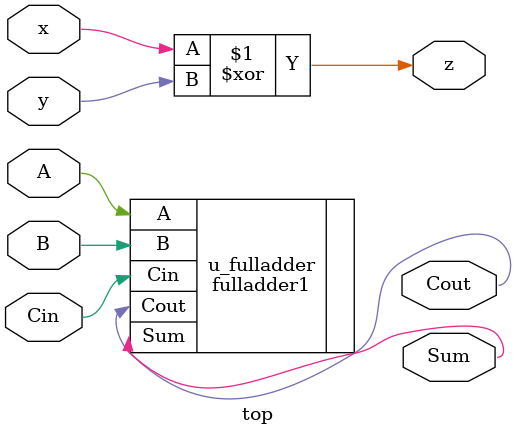
<source format=v>
`timescale 1ns / 1ps


module top(
    input x,
    input y,
    input wire A,
input wire B,
input wire Cin,
output wire Sum,
output wire Cout,
    output z
    );

fulladder1 u_fulladder(.A (A),
.B (B),
.Cin (Cin),
.Sum (Sum),
.Cout (Cout)
);

assign z=x^y;
endmodule


</source>
